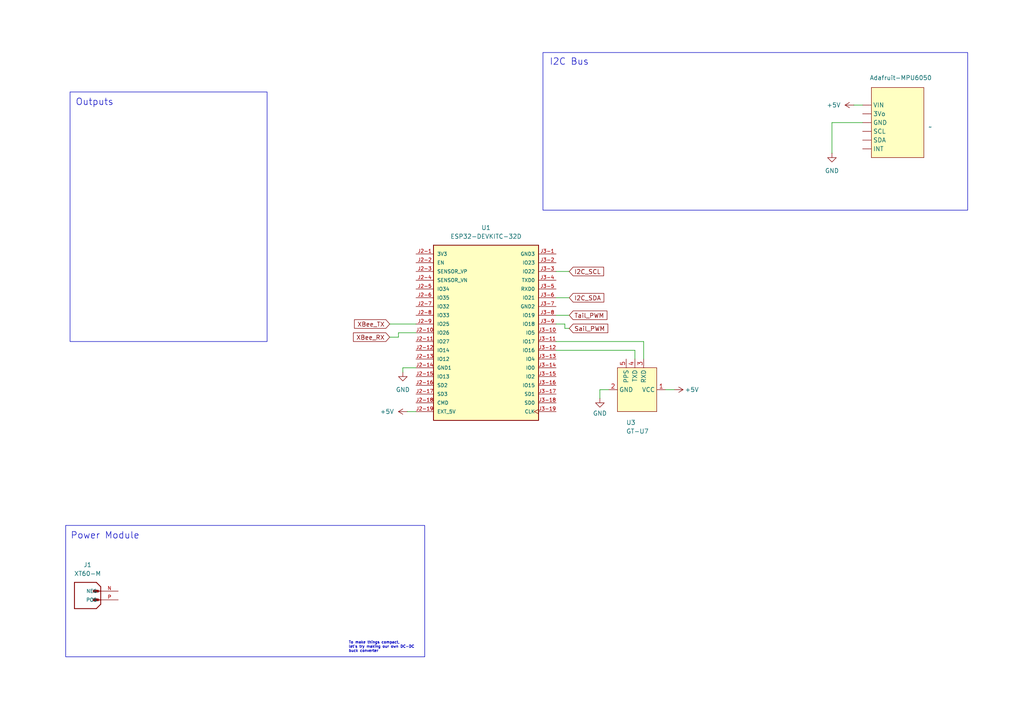
<source format=kicad_sch>
(kicad_sch (version 20231120) (generator "eeschema") (generator_version "8.0")
  (paper "A4")
  (lib_symbols
    (symbol "ESP32-DEVKITC-32D:ESP32-DEVKITC-32D" (pin_names (offset 1.016))
      (property "Reference" "U" (at -15.2572 26.0643 0))
      (property "Value" "ESP32-DEVKITC-32D" (at -15.2563 -27.9698 0))
      (symbol "ESP32-DEVKITC-32D_0_0"
        (rectangle (start -15.24 -25.4) (end 15.24 25.4) (stroke (width 0.254)) (fill (type background)))
        (pin power_in line (at -20.32 22.86 0) (length 5.08) (name "3V3") (number "J2-1"))
        (pin bidirectional line (at -20.32 0 0) (length 5.08) (name "IO26") (number "J2-10"))
        (pin bidirectional line (at -20.32 -2.54 0) (length 5.08) (name "IO27") (number "J2-11"))
        (pin bidirectional line (at -20.32 -5.08 0) (length 5.08) (name "IO14") (number "J2-12"))
        (pin bidirectional line (at -20.32 -7.62 0) (length 5.08) (name "IO12") (number "J2-13"))
        (pin power_in line (at -20.32 -10.16 0) (length 5.08) (name "GND1") (number "J2-14"))
        (pin bidirectional line (at -20.32 -12.7 0) (length 5.08) (name "IO13") (number "J2-15"))
        (pin bidirectional line (at -20.32 -15.24 0) (length 5.08) (name "SD2") (number "J2-16"))
        (pin bidirectional line (at -20.32 -17.78 0) (length 5.08) (name "SD3") (number "J2-17"))
        (pin bidirectional line (at -20.32 -20.32 0) (length 5.08) (name "CMD") (number "J2-18"))
        (pin power_in line (at -20.32 -22.86 0) (length 5.08) (name "EXT_5V") (number "J2-19"))
        (pin input line (at -20.32 20.32 0) (length 5.08) (name "EN") (number "J2-2"))
        (pin input line (at -20.32 17.78 0) (length 5.08) (name "SENSOR_VP") (number "J2-3"))
        (pin input line (at -20.32 15.24 0) (length 5.08) (name "SENSOR_VN") (number "J2-4"))
        (pin bidirectional line (at -20.32 12.7 0) (length 5.08) (name "IO34") (number "J2-5"))
        (pin bidirectional line (at -20.32 10.16 0) (length 5.08) (name "IO35") (number "J2-6"))
        (pin bidirectional line (at -20.32 7.62 0) (length 5.08) (name "IO32") (number "J2-7"))
        (pin bidirectional line (at -20.32 5.08 0) (length 5.08) (name "IO33") (number "J2-8"))
        (pin bidirectional line (at -20.32 2.54 0) (length 5.08) (name "IO25") (number "J2-9"))
        (pin power_in line (at 20.32 22.86 180) (length 5.08) (name "GND3") (number "J3-1"))
        (pin bidirectional line (at 20.32 0 180) (length 5.08) (name "IO5") (number "J3-10"))
        (pin bidirectional line (at 20.32 -2.54 180) (length 5.08) (name "IO17") (number "J3-11"))
        (pin bidirectional line (at 20.32 -5.08 180) (length 5.08) (name "IO16") (number "J3-12"))
        (pin bidirectional line (at 20.32 -7.62 180) (length 5.08) (name "IO4") (number "J3-13"))
        (pin bidirectional line (at 20.32 -10.16 180) (length 5.08) (name "IO0") (number "J3-14"))
        (pin bidirectional line (at 20.32 -12.7 180) (length 5.08) (name "IO2") (number "J3-15"))
        (pin bidirectional line (at 20.32 -15.24 180) (length 5.08) (name "IO15") (number "J3-16"))
        (pin bidirectional line (at 20.32 -17.78 180) (length 5.08) (name "SD1") (number "J3-17"))
        (pin bidirectional line (at 20.32 -20.32 180) (length 5.08) (name "SD0") (number "J3-18"))
        (pin input clock (at 20.32 -22.86 180) (length 5.08) (name "CLK") (number "J3-19"))
        (pin bidirectional line (at 20.32 20.32 180) (length 5.08) (name "IO23") (number "J3-2"))
        (pin bidirectional line (at 20.32 17.78 180) (length 5.08) (name "IO22") (number "J3-3"))
        (pin output line (at 20.32 15.24 180) (length 5.08) (name "TXD0") (number "J3-4"))
        (pin input line (at 20.32 12.7 180) (length 5.08) (name "RXD0") (number "J3-5"))
        (pin bidirectional line (at 20.32 10.16 180) (length 5.08) (name "IO21") (number "J3-6"))
        (pin power_in line (at 20.32 7.62 180) (length 5.08) (name "GND2") (number "J3-7"))
        (pin bidirectional line (at 20.32 5.08 180) (length 5.08) (name "IO19") (number "J3-8"))
        (pin bidirectional line (at 20.32 2.54 180) (length 5.08) (name "IO18") (number "J3-9"))
      )
    )
    (symbol "GT-U7_GPS-Module:GT-U7_GPS_Module"
      (property "Reference" "U" (at -5.588 -2.794 0))
      (property "Value" "GT-U7" (at 3.302 -2.794 0))
      (symbol "GT-U7_GPS_Module_1_1"
        (rectangle (start -6.35 -3.81) (end 6.35 -15.24) (fill (type background)))
        (pin power_in line (at 0 -1.27 270) (length 2.54) (name "VCC") (number "1"))
        (pin power_in line (at 0 -17.78 90) (length 2.54) (name "GND") (number "2"))
        (pin input line (at -8.89 -7.62 0) (length 2.54) (name "RXD") (number "3"))
        (pin output line (at -8.89 -10.16 0) (length 2.54) (name "TXD") (number "4"))
        (pin output line (at -8.89 -12.7 0) (length 2.54) (name "PPS") (number "5"))
      )
    )
    (symbol "New_Library:Adafruit-MPU6050.SM"
      (property "Reference" "Adafruit-MPU-6050" (at 0 11.43 0))
      (symbol "Adafruit-MPU6050.SM_0_1"
        (rectangle (start -7.62 8.89) (end 7.62 -11.43) (fill (type background)))
      )
      (symbol "Adafruit-MPU6050.SM_1_1"
        (pin power_out line (at -10.16 1.27 0) (length 2.54) (name "3Vo") (number ""))
        (pin power_in line (at -10.16 -1.27 0) (length 2.54) (name "GND") (number ""))
        (pin input line (at -10.16 -8.89 0) (length 2.54) (name "INT") (number ""))
        (pin input line (at -10.16 -3.81 0) (length 2.54) (name "SCL") (number ""))
        (pin bidirectional line (at -10.16 -6.35 0) (length 2.54) (name "SDA") (number ""))
        (pin power_in line (at -10.16 3.81 0) (length 2.54) (name "VIN") (number ""))
      )
    )
    (symbol "XT60-M:XT60-M" (pin_names (offset 1.016))
      (property "Reference" "J" (at 0 6.35 0))
      (property "Value" "XT60-M" (at 0 -5.08 0))
      (symbol "XT60-M_0_0"
        (polyline (pts (xy 0 -1.27) (xy 1.27 -2.54)) (stroke (width 0.254)))
        (polyline (pts (xy 0 0) (xy 1.905 0)) (stroke (width 0.254)))
        (polyline (pts (xy 0 2.54) (xy 0 -1.27)) (stroke (width 0.254)))
        (polyline (pts (xy 0 2.54) (xy 1.905 2.54)) (stroke (width 0.254)))
        (polyline (pts (xy 0 3.81) (xy 0 2.54)) (stroke (width 0.254)))
        (polyline (pts (xy 0 3.81) (xy 1.27 5.08)) (stroke (width 0.254)))
        (polyline (pts (xy 1.27 -2.54) (xy 7.62 -2.54)) (stroke (width 0.254)))
        (polyline (pts (xy 7.62 -2.54) (xy 7.62 5.08)) (stroke (width 0.254)))
        (polyline (pts (xy 7.62 5.08) (xy 1.27 5.08)) (stroke (width 0.254)))
        (rectangle (start 0.635 -0.3175) (end 2.2225 0.3175) (stroke (width 0.1)) (fill (type outline)))
        (rectangle (start 0.635 2.2225) (end 2.2225 2.8575) (stroke (width 0.1)) (fill (type outline)))
        (pin passive line (at -5.08 0 0) (length 5.08) (name "NEG") (number "N"))
        (pin passive line (at -5.08 2.54 0) (length 5.08) (name "POS") (number "P"))
      )
    )
    (symbol "power:+5V" (power) (pin_numbers hide) (pin_names (offset 0) hide)
      (property "Value" "+5V" (at 0 3.556 0))
      (symbol "+5V_0_1"
        (polyline (pts (xy -0.762 1.27) (xy 0 2.54)))
        (polyline (pts (xy 0 0) (xy 0 2.54)))
        (polyline (pts (xy 0 2.54) (xy 0.762 1.27)))
      )
      (symbol "+5V_1_1"
        (pin power_in line (at 0 0 90) (length 0) (name "~") (number "1"))
      )
    )
    (symbol "power:GND" (power) (pin_numbers hide) (pin_names (offset 0) hide)
      (property "Value" "GND" (at 0 -3.81 0))
      (symbol "GND_0_1"
        (polyline (pts (xy 0 0) (xy 0 -1.27) (xy 1.27 -1.27) (xy 0 -2.54) (xy -1.27 -1.27) (xy 0 -1.27)))
      )
      (symbol "GND_1_1"
        (pin power_in line (at 0 0 270) (length 0) (name "~") (number "1"))
      )
    )
  )
  (wire (pts (xy 161.29 99.06) (xy 186.69 99.06)))
  (wire (pts (xy 120.65 96.52) (xy 115.57 96.52)))
  (wire (pts (xy 163.83 95.25) (xy 165.1 95.25)))
  (wire (pts (xy 161.29 101.6) (xy 184.15 101.6)))
  (wire (pts (xy 173.99 113.03) (xy 176.53 113.03)))
  (wire (pts (xy 115.57 96.52) (xy 115.57 97.79)))
  (wire (pts (xy 184.15 101.6) (xy 184.15 104.14)))
  (wire (pts (xy 163.83 93.98) (xy 163.83 95.25)))
  (wire (pts (xy 186.69 99.06) (xy 186.69 104.14)))
  (wire (pts (xy 118.11 119.38) (xy 120.65 119.38)))
  (wire (pts (xy 173.99 115.57) (xy 173.99 113.03)))
  (wire (pts (xy 247.65 30.48) (xy 250.19 30.48)))
  (wire (pts (xy 195.58 113.03) (xy 193.04 113.03)))
  (wire (pts (xy 241.3 35.56) (xy 241.3 44.45)))
  (wire (pts (xy 161.29 91.44) (xy 165.1 91.44)))
  (wire (pts (xy 161.29 93.98) (xy 163.83 93.98)))
  (wire (pts (xy 113.03 93.98) (xy 120.65 93.98)))
  (wire (pts (xy 116.84 106.68) (xy 116.84 107.95)))
  (wire (pts (xy 120.65 106.68) (xy 116.84 106.68)))
  (wire (pts (xy 113.03 97.79) (xy 115.57 97.79)))
  (wire (pts (xy 250.19 35.56) (xy 241.3 35.56)))
  (wire (pts (xy 161.29 78.74) (xy 165.1 78.74)))
  (wire (pts (xy 161.29 86.36) (xy 165.1 86.36)))
  (rectangle (start 19.05 152.4) (end 123.19 190.5))
  (rectangle (start 20.32 26.67) (end 77.47 99.06))
  (rectangle (start 157.48 15.24) (end 280.67 60.96))
  (text "I2C Bus" (at 165.1 18.034 0) (effects (font (size 1.905 1.905))))
  (text "To make things compact, \nlet's try making our own DC-DC\nbuck converter" (at 101.092 187.706 0) (effects (font (size 0.762 0.762)) (justify left)))
  (text "Power Module" (at 30.48 155.448 0) (effects (font (size 1.905 1.905))))
  (text "Outputs" (at 27.432 29.718 0) (effects (font (size 1.905 1.905))))
  (global_label "XBee_RX" (shape input) (at 113.03 97.79 180) (property "Intersheetrefs" "${INTERSHEET_REFS}" (effects (hide yes))))
  (global_label "I2C_SDA" (shape input) (at 165.1 86.36 0) (property "Intersheetrefs" "${INTERSHEET_REFS}" (effects (hide yes))))
  (global_label "XBee_TX" (shape input) (at 113.03 93.98 180) (property "Intersheetrefs" "${INTERSHEET_REFS}" (effects (hide yes))))
  (global_label "Sail_PWM" (shape input) (at 165.1 95.25 0) (property "Intersheetrefs" "${INTERSHEET_REFS}" (effects (hide yes))))
  (global_label "Tail_PWM" (shape input) (at 165.1 91.44 0) (property "Intersheetrefs" "${INTERSHEET_REFS}" (effects (hide yes))))
  (global_label "I2C_SCL" (shape input) (at 165.1 78.74 0) (property "Intersheetrefs" "${INTERSHEET_REFS}" (effects (hide yes))))
  (symbol (lib_id "XT60-M:XT60-M") (at 29.21 171.45 180) (unit 1)
    (property "Reference" "J1" (at 25.4 163.83 0))
    (property "Value" "XT60-M" (at 25.4 166.37 0))
    (property "Footprint" "XT60-M:AMASS_XT60-M" (effects (hide yes)))
    (property "MF" "AMASS" (effects (hide yes)))
    (property "MAXIMUM_PACKAGE_HEIGHT" "16.00 mm" (effects (hide yes)))
    (property "Package" "Package" (effects (hide yes)))
    (property "Price" "None" (effects (hide yes)))
    (property "Check_prices" "https://www.snapeda.com/parts/XT60-M/AMASS/view-part/?ref=eda" (effects (hide yes)))
    (property "STANDARD" "IPC 7351B" (effects (hide yes)))
    (property "PARTREV" "V1.2" (effects (hide yes)))
    (property "SnapEDA_Link" "https://www.snapeda.com/parts/XT60-M/AMASS/view-part/?ref=snap" (effects (hide yes)))
    (property "MP" "XT60-M" (effects (hide yes)))
    (property "Description_1" "\n                        \n                            Plug; DC supply; XT60; male; PIN: 2; for cable; soldered; 30A; 500V\n                        \n" (effects (hide yes)))
    (property "Availability" "Not in stock" (effects (hide yes)))
    (property "MANUFACTURER" "AMASS" (effects (hide yes)))
  )
  (symbol (lib_id "power:+5V") (at 195.58 113.03 270) (unit 1)
    (property "Reference" "#PWR06" (effects (hide yes)))
    (property "Value" "+5V" (at 200.66 113.03 90))
    (property "Description" "Power symbol creates a global label with name \"+5V\"" (effects (hide yes)))
  )
  (symbol (lib_id "New_Library:Adafruit-MPU6050.SM") (at 260.35 34.29 0) (unit 1)
    (property "Reference" "Adafruit-MPU6050" (at 252.222 21.844 0) (effects (justify left top)))
    (property "Value" "~" (at 269.24 36.83 0) (effects (justify left)))
  )
  (symbol (lib_id "power:+5V") (at 118.11 119.38 90) (unit 1)
    (property "Reference" "#PWR02" (effects (hide yes)))
    (property "Value" "+5V" (at 114.3 119.3799 90) (effects (justify left)))
    (property "Description" "Power symbol creates a global label with name \"+5V\"" (effects (hide yes)))
  )
  (symbol (lib_id "power:GND") (at 173.99 115.57 0) (unit 1)
    (property "Reference" "#PWR03" (effects (hide yes)))
    (property "Value" "GND" (at 173.99 119.888 0))
    (property "Description" "Power symbol creates a global label with name \"GND\" , ground" (effects (hide yes)))
  )
  (symbol (lib_id "GT-U7_GPS-Module:GT-U7_GPS_Module") (at 194.31 113.03 270) (unit 1)
    (property "Reference" "U3" (at 181.61 122.5549 90) (effects (justify left)))
    (property "Value" "GT-U7" (at 181.61 125.0949 90) (effects (justify left)))
    (property "Footprint" "GT-U7_GPS-Module:GT-U7_SMT" (effects (hide yes)))
    (property "Description" "GPS Module GT-U7 with NEO-6M" (effects (hide yes)))
  )
  (symbol (lib_id "power:GND") (at 116.84 107.95 0) (unit 1)
    (property "Reference" "#PWR01" (effects (hide yes)))
    (property "Value" "GND" (at 116.84 113.03 0))
    (property "Description" "Power symbol creates a global label with name \"GND\" , ground" (effects (hide yes)))
  )
  (symbol (lib_id "ESP32-DEVKITC-32D:ESP32-DEVKITC-32D") (at 140.97 96.52 0) (unit 1)
    (property "Reference" "U1" (at 140.97 66.04 0))
    (property "Value" "ESP32-DEVKITC-32D" (at 140.97 68.58 0))
    (property "Footprint" "ESP32-DEVKITC-32D:MODULE_ESP32-DEVKITC-32D" (effects (hide yes)))
    (property "PARTREV" "V4" (effects (hide yes)))
    (property "STANDARD" "Manufacturer Recommendations" (effects (hide yes)))
    (property "SNAPEDA_PN" "ESP32-DEVKITC-32D" (effects (hide yes)))
    (property "MAXIMUM_PACKAGE_HEIGHT" "N/A" (effects (hide yes)))
    (property "MANUFACTURER" "Espressif Systems" (effects (hide yes)))
  )
  (symbol (lib_id "power:+5V") (at 247.65 30.48 90) (unit 1)
    (property "Reference" "#PWR05" (effects (hide yes)))
    (property "Value" "+5V" (at 243.84 30.4799 90) (effects (justify left)))
    (property "Description" "Power symbol creates a global label with name \"+5V\"" (effects (hide yes)))
  )
  (symbol (lib_id "power:GND") (at 241.3 44.45 0) (unit 1)
    (property "Reference" "#PWR04" (effects (hide yes)))
    (property "Value" "GND" (at 241.3 49.53 0))
    (property "Description" "Power symbol creates a global label with name \"GND\" , ground" (effects (hide yes)))
  )
)
</source>
